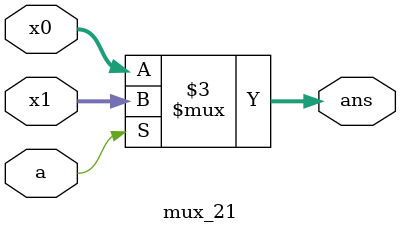
<source format=v>
`timescale 1ns / 1ps

module mux_21(
    input a,
    input [7:0] x0,
    input [7:0] x1,
    output reg [7:0] ans
    );
    
    always@ (a) begin
        if(a) begin
            ans = x1;
        end else begin
            ans = x0;
        end
    end
endmodule
</source>
